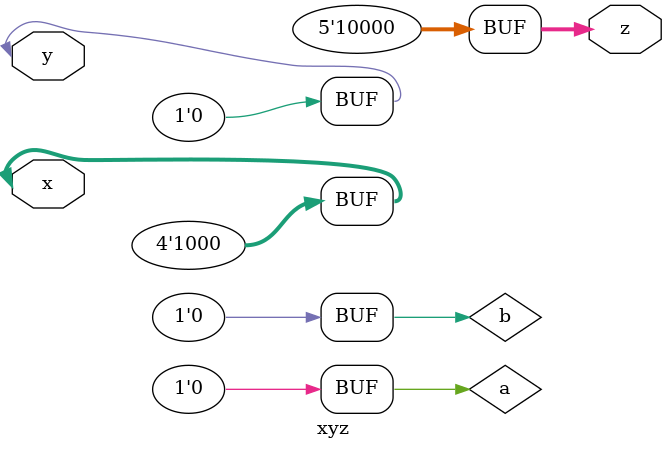
<source format=v>


module xyz( input[3:0]  x, // x is a 4-bit vector net
            input       y, // y is a scalar net (1-bit)
            output[4:0] z); // z is a 5-bit vector net

// assume in one xyz's instiation
// x = 'hC; 'b1100
//  y = 'h1;'b1

// Case #1: 4-bits of x and 1 bit of y is concatenated to get a 5-bit net
// and is assigned to the 5-bit nets of z. So value of z='b11001 or z='h19
assign z = {x, y};

// Case #2: 4-bits of x and 1 bit of y is concatenated to get a 5-bit net
// and is assigned to selected 3-bits of net z. Remaining 2 bits of z remains
// undriven and will be high-imp. So value of z='bZ001Z
// z[3:1] = ... means only bit range [3:1] will be driven, others are High z
// z = ... means all bits of z are driven, if no specific input, then driven with 0
assign z[3:1] = {x, y};

// Case #3: The same statement is used but now bit4 of z is driven with a constant
// value of 1. Now z = 'b1001Z because only bit0 remains undriven
assign z[3:1] = {x, y};
assign z[4] = 1;

// Case #4: Assume bit3 is driven instead, but now there are two drivers for bit3,
// and both are driving the same value of 0. So there should be no contention and
// value of z = 'bZ001Z
assign z[3:1] = {x, y};
assign z[3] = 0;

// Case #5: Assume bit3 is instead driven with value 1, so now there are two drivers
// with different values, where the first line is driven with the value of X which
// at the time is 0 and the second assignment where it is driven with value 1, so
// now it becomes unknown which will win. So z='bZX01Z
assign z[3:1] = {x, y};
assign z[3] = 1;

// Case #6: Partial selection of operands on RHS is also possible and say only 2-bits
// are chosen from x, then z = 'b00001 because z[4:3] will be driven with 0
assign z = {x[1:0], y};

// Case #7: Say we explicitly assign only 3-bits of z and leave remaining unconnected
// then z = 'bZZ001
assign z[2:0] = {x[1:0], y};

// Case #8: Same variable can be used multiple times as well and z = 'b00111
// 3{y} is the same as {y, y, y}
assign z = {3{y}};

// Case #9: LHS can also be concatenated: a is 2-bit vector and b is scalar
// RHS is evaluated to 11001 and LHS is 3-bit wide so first 3 bits from LSB of RHS
// will be assigned to LHS. So a = 'b00 and b ='b1
assign {a, b} = {x, y};

// Case #10: If we reverse order on LHS keeping RHS same, we get a = 'b01 and b='b0
assign {b, a} = {x, y};

endmodule
</source>
